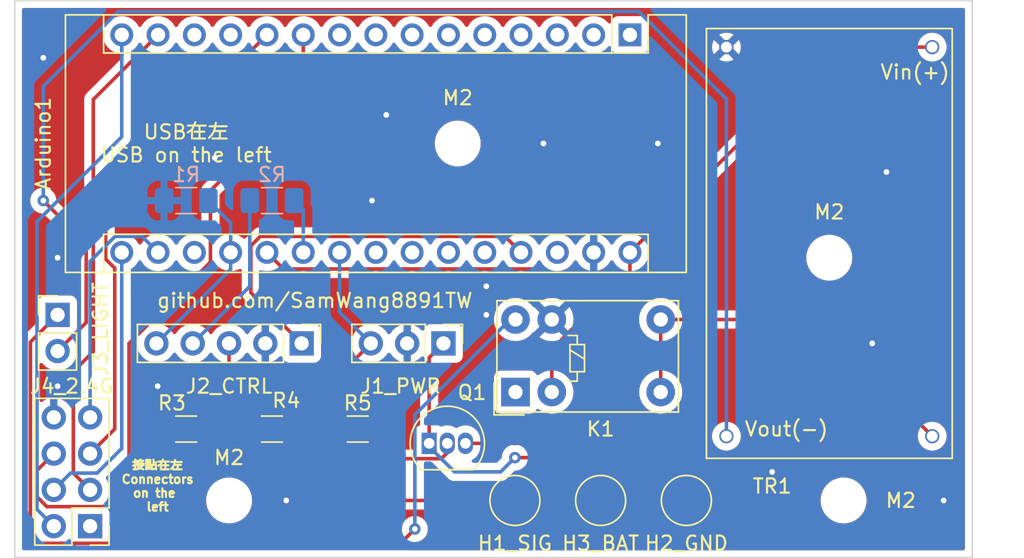
<source format=kicad_pcb>
(kicad_pcb (version 20211014) (generator pcbnew)
  (layers (0 "F.Cu" signal) (31 "B.Cu" signal) (34 "B.Paste" user) (35 "F.Paste" user) (36 "B.SilkS" user "B.Silkscreen") (37 "F.SilkS" user "F.Silkscreen") (38 "B.Mask" user) (39 "F.Mask" user) (44 "Edge.Cuts" user))
  (net 0 "")
  (net 10 "Net-(Arduino1-Pad10)")
  (net 11 "Net-(Arduino1-Pad11)")
  (net 14 "Net-(Arduino1-Pad14)")
  (net 15 "Net-(Arduino1-Pad15)")
  (net 16 "Net-(Arduino1-Pad16)")
  (net 17 "Net-(Arduino1-Pad17)")
  (net 19 "Net-(Arduino1-Pad19)")
  (net 20 "Net-(Arduino1-Pad20)")
  (net 21 "Net-(Arduino1-Pad21)")
  (net 22 "SIG")
  (net 27 "Net-(Arduino1-Pad27)")
  (net 29 "Earth")
  (net 30 "VIN")
  (net 31 "Net-(J2-Pad3)")
  (net 32 "Net-(J2-Pad4)")
  (net 33 "Net-(J3-Pad2)")
  (net 36 "Net-(K1-Pad5)")
  (net 37 "Net-(Q1-Pad2)")
  (net 38 "Net-(H3-Pad1)")
  (net 39 "Net-(J3-Pad1)")
  (footprint "Relay_THT:Relay_SPDT_Omron_G5V-1" (layer "F.Cu") (at 98.0425 128.4075 90)
    (fp_text reference "K1" (at -2.5925 5.9575) (layer "F.SilkS"))
    (fp_text value "G5V-1")
    (fp_line (start 3.327 3.81) (end 1.422 3.81) (layer "F.SilkS") (width 0.12))
    (fp_line (start -1.4 -1.3) (end 6.4 -1.3) (layer "F.SilkS") (width 0.12))
    (fp_line (start -1.4 11.4) (end -1.4 -1.3) (layer "F.SilkS") (width 0.12))
    (fp_line (start -1.6 0.6) (end -1.6 -1.5) (layer "F.SilkS") (width 0.12))
    (fp_line (start 0.762 3.683) (end 0.762 4.318) (layer "F.SilkS") (width 0.12))
    (fp_line (start 2.946 3.81) (end 2.311 4.826) (layer "F.SilkS") (width 0.12))
    (fp_line (start 1.422 3.81) (end 1.422 4.826) (layer "F.SilkS") (width 0.12))
    (fp_line (start 3.962 4.318) (end 3.327 4.318) (layer "F.SilkS") (width 0.12))
    (fp_line (start 6.4 11.4) (end -1.4 11.4) (layer "F.SilkS") (width 0.12))
    (fp_line (start 3.327 3.81) (end 3.327 4.826) (layer "F.SilkS") (width 0.12))
    (fp_line (start 0.762 4.318) (end 1.422 4.318) (layer "F.SilkS") (width 0.12))
    (fp_line (start 3.962 3.683) (end 3.962 4.318) (layer "F.SilkS") (width 0.12))
    (fp_line (start -1.6 -1.5) (end 0.6 -1.5) (layer "F.SilkS") (width 0.12))
    (fp_line (start 6.4 -1.3) (end 6.4 11.4) (layer "F.SilkS") (width 0.12))
    (fp_line (start 1.422 4.826) (end 3.327 4.826) (layer "F.SilkS") (width 0.12))
    (pad "1" thru_hole rect (at 0 0 90) (size 2 2) (drill 1) (layers *.Cu *.Mask))
    (pad "2" thru_hole circle (at 0 2.54 90) (size 2 2) (drill 1) (layers *.Cu *.Mask) (net 20 "Net-(Arduino1-Pad20)"))
    (pad "5" thru_hole circle (at 0 10.16 90) (size 2 2) (drill 1) (layers *.Cu *.Mask) (net 36 "Net-(K1-Pad5)"))
    (pad "6" thru_hole circle (at 5.08 10.16 90) (size 2 2) (drill 1) (layers *.Cu *.Mask) (net 36 "Net-(K1-Pad5)"))
    (pad "9" thru_hole circle (at 5.08 2.54 90) (size 2 2) (drill 1) (layers *.Cu *.Mask) (net 29 "Earth"))
    (pad "10" thru_hole circle (at 5.08 0 90) (size 2 2) (drill 1) (layers *.Cu *.Mask) (net 39 "Net-(J3-Pad1)"))
  )
  (footprint "TestPoint:TestPoint_Pad_D3.0mm" (layer "F.Cu") (at 98 136)
    (fp_text reference "H1_SIG" (at 0 3) (layer "F.SilkS"))
    (fp_text value "SIG")
    (fp_circle (center 0 0) (end 0 1.75) (layer "F.SilkS") (width 0.12) (fill none))
    (pad "1" smd circle (at 0 0) (size 3 3) (layers "F.Cu" "F.Mask") (net 22 "SIG"))
  )
  (footprint "MountingHole:MountingHole_2.2mm_M2" (layer "F.Cu") (at 121 136)
    (fp_text reference "M2" (at 4 0) (layer "F.SilkS"))
    (fp_text value "MountingHole_2.2mm_M2")
    (pad "" np_thru_hole circle (at 0 0) (size 2.2 2.2) (drill 2.2) (layers *.Cu *.Mask))
  )
  (footprint "Module:Arduino_Nano" (layer "F.Cu") (at 106.05 103.39 -90)
    (fp_text reference "Arduino1" (at 7.62 41.05 90) (layer "F.SilkS"))
    (fp_text value "Arduino_Nano")
    (fp_line (start -1.4 39.5) (end 16.64 39.5) (layer "F.SilkS") (width 0.12))
    (fp_line (start 1.27 -1.27) (end -1.4 -1.27) (layer "F.SilkS") (width 0.12))
    (fp_line (start 1.27 36.83) (end -1.4 36.83) (layer "F.SilkS") (width 0.12))
    (fp_line (start 13.97 -1.27) (end 13.97 36.83) (layer "F.SilkS") (width 0.12))
    (fp_line (start 1.27 1.27) (end -1.4 1.27) (layer "F.SilkS") (width 0.12))
    (fp_line (start 16.64 39.5) (end 16.64 -3.94) (layer "F.SilkS") (width 0.12))
    (fp_line (start 16.64 -3.94) (end -1.4 -3.94) (layer "F.SilkS") (width 0.12))
    (fp_line (start -1.4 -3.94) (end -1.4 -1.27) (layer "F.SilkS") (width 0.12))
    (fp_line (start 13.97 -1.27) (end 16.64 -1.27) (layer "F.SilkS") (width 0.12))
    (fp_line (start -1.4 1.27) (end -1.4 39.5) (layer "F.SilkS") (width 0.12))
    (fp_line (start 1.27 1.27) (end 1.27 36.83) (layer "F.SilkS") (width 0.12))
    (fp_line (start 1.27 1.27) (end 1.27 -1.27) (layer "F.SilkS") (width 0.12))
    (fp_line (start 13.97 36.83) (end 16.64 36.83) (layer "F.SilkS") (width 0.12))
    (pad "1" thru_hole rect (at 0 0 270) (size 1.6 1.6) (drill 1) (layers *.Cu *.Mask))
    (pad "2" thru_hole oval (at 0 2.54 270) (size 1.6 1.6) (drill 1) (layers *.Cu *.Mask))
    (pad "3" thru_hole oval (at 0 5.08 270) (size 1.6 1.6) (drill 1) (layers *.Cu *.Mask))
    (pad "4" thru_hole oval (at 0 7.62 270) (size 1.6 1.6) (drill 1) (layers *.Cu *.Mask))
    (pad "5" thru_hole oval (at 0 10.16 270) (size 1.6 1.6) (drill 1) (layers *.Cu *.Mask))
    (pad "6" thru_hole oval (at 0 12.7 270) (size 1.6 1.6) (drill 1) (layers *.Cu *.Mask))
    (pad "7" thru_hole oval (at 0 15.24 270) (size 1.6 1.6) (drill 1) (layers *.Cu *.Mask))
    (pad "8" thru_hole oval (at 0 17.78 270) (size 1.6 1.6) (drill 1) (layers *.Cu *.Mask))
    (pad "9" thru_hole oval (at 0 20.32 270) (size 1.6 1.6) (drill 1) (layers *.Cu *.Mask))
    (pad "10" thru_hole oval (at 0 22.86 270) (size 1.6 1.6) (drill 1) (layers *.Cu *.Mask) (net 10 "Net-(Arduino1-Pad10)"))
    (pad "11" thru_hole oval (at 0 25.4 270) (size 1.6 1.6) (drill 1) (layers *.Cu *.Mask) (net 11 "Net-(Arduino1-Pad11)"))
    (pad "12" thru_hole oval (at 0 27.94 270) (size 1.6 1.6) (drill 1) (layers *.Cu *.Mask))
    (pad "13" thru_hole oval (at 0 30.48 270) (size 1.6 1.6) (drill 1) (layers *.Cu *.Mask))
    (pad "14" thru_hole oval (at 0 33.02 270) (size 1.6 1.6) (drill 1) (layers *.Cu *.Mask) (net 14 "Net-(Arduino1-Pad14)"))
    (pad "15" thru_hole oval (at 0 35.56 270) (size 1.6 1.6) (drill 1) (layers *.Cu *.Mask) (net 15 "Net-(Arduino1-Pad15)"))
    (pad "16" thru_hole oval (at 15.24 35.56 270) (size 1.6 1.6) (drill 1) (layers *.Cu *.Mask) (net 16 "Net-(Arduino1-Pad16)"))
    (pad "17" thru_hole oval (at 15.24 33.02 270) (size 1.6 1.6) (drill 1) (layers *.Cu *.Mask) (net 17 "Net-(Arduino1-Pad17)"))
    (pad "18" thru_hole oval (at 15.24 30.48 270) (size 1.6 1.6) (drill 1) (layers *.Cu *.Mask))
    (pad "19" thru_hole oval (at 15.24 27.94 270) (size 1.6 1.6) (drill 1) (layers *.Cu *.Mask) (net 19 "Net-(Arduino1-Pad19)"))
    (pad "20" thru_hole oval (at 15.24 25.4 270) (size 1.6 1.6) (drill 1) (layers *.Cu *.Mask) (net 20 "Net-(Arduino1-Pad20)"))
    (pad "21" thru_hole oval (at 15.24 22.86 270) (size 1.6 1.6) (drill 1) (layers *.Cu *.Mask) (net 21 "Net-(Arduino1-Pad21)"))
    (pad "22" thru_hole oval (at 15.24 20.32 270) (size 1.6 1.6) (drill 1) (layers *.Cu *.Mask) (net 22 "SIG"))
    (pad "23" thru_hole oval (at 15.24 17.78 270) (size 1.6 1.6) (drill 1) (layers *.Cu *.Mask))
    (pad "24" thru_hole oval (at 15.24 15.24 270) (size 1.6 1.6) (drill 1) (layers *.Cu *.Mask))
    (pad "25" thru_hole oval (at 15.24 12.7 270) (size 1.6 1.6) (drill 1) (layers *.Cu *.Mask))
    (pad "26" thru_hole oval (at 15.24 10.16 270) (size 1.6 1.6) (drill 1) (layers *.Cu *.Mask))
    (pad "27" thru_hole oval (at 15.24 7.62 270) (size 1.6 1.6) (drill 1) (layers *.Cu *.Mask) (net 27 "Net-(Arduino1-Pad27)"))
    (pad "28" thru_hole oval (at 15.24 5.08 270) (size 1.6 1.6) (drill 1) (layers *.Cu *.Mask))
    (pad "29" thru_hole oval (at 15.24 2.54 270) (size 1.6 1.6) (drill 1) (layers *.Cu *.Mask) (net 29 "Earth"))
    (pad "30" thru_hole oval (at 15.24 0 270) (size 1.6 1.6) (drill 1) (layers *.Cu *.Mask) (net 30 "VIN"))
  )
  (footprint "Resistor_SMD:R_1206_3216Metric_Pad1.30x1.75mm_HandSolder" (layer "F.Cu") (at 75 131)
    (fp_text reference "R3" (at -1 -1.82) (layer "F.SilkS"))
    (fp_text value "330Ω")
    (fp_line (start -0.727064 -0.91) (end 0.727064 -0.91) (layer "F.SilkS") (width 0.12))
    (fp_line (start -0.727064 0.91) (end 0.727064 0.91) (layer "F.SilkS") (width 0.12))
    (pad "1" smd roundrect (at -1.55 0) (size 1.3 1.75) (layers "F.Cu" "F.Paste" "F.Mask") (roundrect_rratio 0.1923076923) (net 31 "Net-(J2-Pad3)"))
    (pad "2" smd roundrect (at 1.55 0) (size 1.3 1.75) (layers "F.Cu" "F.Paste" "F.Mask") (roundrect_rratio 0.1923076923) (net 22 "SIG"))
  )
  (footprint "TestPoint:TestPoint_Pad_D3.0mm" (layer "F.Cu") (at 110 136)
    (fp_text reference "H2_GND" (at 0 3) (layer "F.SilkS"))
    (fp_text value "GND")
    (fp_circle (center 0 0) (end 0 1.75) (layer "F.SilkS") (width 0.12) (fill none))
    (pad "1" smd circle (at 0 0) (size 3 3) (layers "F.Cu" "F.Mask") (net 29 "Earth"))
  )
  (footprint "Package_TO_SOT_THT:TO-92_Inline" (layer "F.Cu") (at 92 132)
    (fp_text reference "Q1" (at 3 -3.56) (layer "F.SilkS"))
    (fp_text value "2N4355")
    (fp_line (start -0.53 1.85) (end 3.07 1.85) (layer "F.SilkS") (width 0.12))
    (fp_arc (start -0.568478 1.838478) (mid -1.132087 -0.994977) (end 1.27 -2.6) (layer "F.SilkS") (width 0.12))
    (fp_arc (start 1.27 -2.6) (mid 3.672087 -0.994977) (end 3.108478 1.838478) (layer "F.SilkS") (width 0.12))
    (pad "1" thru_hole rect (at 0 0) (size 1.05 1.5) (drill 0.75) (layers *.Cu *.Mask) (net 38 "Net-(H3-Pad1)"))
    (pad "2" thru_hole oval (at 1.27 0) (size 1.05 1.5) (drill 0.75) (layers *.Cu *.Mask) (net 37 "Net-(Q1-Pad2)"))
    (pad "3" thru_hole oval (at 2.54 0) (size 1.05 1.5) (drill 0.75) (layers *.Cu *.Mask) (net 30 "VIN"))
  )
  (footprint "Connector_PinHeader_2.54mm:PinHeader_1x05_P2.54mm_Vertical" (layer "F.Cu") (at 83.075 125 -90)
    (fp_text reference "J2_CTRL" (at 3 5.075 180) (layer "F.SilkS"))
    (fp_text value "CtrlCONN")
    (fp_line (start -1.33 -1.33) (end 0 -1.33) (layer "F.SilkS") (width 0.12))
    (fp_line (start -1.33 0) (end -1.33 -1.33) (layer "F.SilkS") (width 0.12))
    (fp_line (start 1.33 1.27) (end 1.33 11.49) (layer "F.SilkS") (width 0.12))
    (fp_line (start -1.33 1.27) (end -1.33 11.49) (layer "F.SilkS") (width 0.12))
    (fp_line (start -1.33 11.49) (end 1.33 11.49) (layer "F.SilkS") (width 0.12))
    (fp_line (start -1.33 1.27) (end 1.33 1.27) (layer "F.SilkS") (width 0.12))
    (pad "1" thru_hole rect (at 0 0 270) (size 1.7 1.7) (drill 1) (layers *.Cu *.Mask) (net 27 "Net-(Arduino1-Pad27)"))
    (pad "2" thru_hole oval (at 0 2.54 270) (size 1.7 1.7) (drill 1) (layers *.Cu *.Mask) (net 29 "Earth"))
    (pad "3" thru_hole oval (at 0 5.08 270) (size 1.7 1.7) (drill 1) (layers *.Cu *.Mask) (net 31 "Net-(J2-Pad3)"))
    (pad "4" thru_hole oval (at 0 7.62 270) (size 1.7 1.7) (drill 1) (layers *.Cu *.Mask) (net 32 "Net-(J2-Pad4)"))
    (pad "5" thru_hole oval (at 0 10.16 270) (size 1.7 1.7) (drill 1) (layers *.Cu *.Mask) (net 19 "Net-(Arduino1-Pad19)"))
  )
  (footprint "Transistor_Power_Module:Micro3608_1166A_MicroUSB_Module" (layer "F.Cu") (at 120 118)
    (fp_text reference "TR1" (at -4 17 unlocked) (layer "F.SilkS"))
    (fp_text value "Micro3608_1166A_MicroUSB_Module")
    (fp_rect (start -8.6 -15.05) (end 8.6 15.05) (layer "F.SilkS") (width 0.12) (fill none))
    (pad "1" thru_hole circle (at -7.2 -13.75) (size 1 1) (drill 0.762) (layers *.Cu *.Mask) (net 29 "Earth"))
    (pad "2" thru_hole circle (at 7.2 -13.75) (size 1 1) (drill 0.762) (layers *.Cu *.Mask) (net 30 "VIN"))
    (pad "3" thru_hole circle (at -7.2 13.5) (size 1 1) (drill 0.762) (layers *.Cu *.Mask) (net 33 "Net-(J3-Pad2)"))
    (pad "4" thru_hole circle (at 7.2 13.5) (size 1 1) (drill 0.762) (layers *.Cu *.Mask) (net 36 "Net-(K1-Pad5)"))
  )
  (footprint "Connector_PinHeader_2.54mm:PinHeader_1x03_P2.54mm_Vertical" (layer "F.Cu") (at 93 125 -90)
    (fp_text reference "J1_PWR" (at 3 3 180) (layer "F.SilkS"))
    (fp_text value "PowerCONN")
    (fp_line (start -1.33 0) (end -1.33 -1.33) (layer "F.SilkS") (width 0.12))
    (fp_line (start 1.33 1.27) (end 1.33 6.41) (layer "F.SilkS") (width 0.12))
    (fp_line (start -1.33 -1.33) (end 0 -1.33) (layer "F.SilkS") (width 0.12))
    (fp_line (start -1.33 1.27) (end -1.33 6.41) (layer "F.SilkS") (width 0.12))
    (fp_line (start -1.33 6.41) (end 1.33 6.41) (layer "F.SilkS") (width 0.12))
    (fp_line (start -1.33 1.27) (end 1.33 1.27) (layer "F.SilkS") (width 0.12))
    (pad "1" thru_hole rect (at 0 0 270) (size 1.7 1.7) (drill 1) (layers *.Cu *.Mask) (net 38 "Net-(H3-Pad1)"))
    (pad "2" thru_hole oval (at 0 2.54 270) (size 1.7 1.7) (drill 1) (layers *.Cu *.Mask) (net 29 "Earth"))
    (pad "3" thru_hole oval (at 0 5.08 270) (size 1.7 1.7) (drill 1) (layers *.Cu *.Mask) (net 22 "SIG"))
  )
  (footprint "MountingHole:MountingHole_2.2mm_M2" (layer "F.Cu") (at 78 136)
    (fp_text reference "M2" (at 0 -3) (layer "F.SilkS"))
    (fp_text value "MountingHole_2.2mm_M2")
    (pad "" np_thru_hole circle (at 0 0) (size 2.2 2.2) (drill 2.2) (layers *.Cu *.Mask))
  )
  (footprint "Resistor_SMD:R_1206_3216Metric_Pad1.30x1.75mm_HandSolder" (layer "F.Cu") (at 81 131 180)
    (fp_text reference "R4" (at -1 2) (layer "F.SilkS"))
    (fp_text value "100kΩ")
    (fp_line (start -0.727064 -0.91) (end 0.727064 -0.91) (layer "F.SilkS") (width 0.12))
    (fp_line (start -0.727064 0.91) (end 0.727064 0.91) (layer "F.SilkS") (width 0.12))
    (pad "1" smd roundrect (at -1.55 0 180) (size 1.3 1.75) (layers "F.Cu" "F.Paste" "F.Mask") (roundrect_rratio 0.1923076923) (net 37 "Net-(Q1-Pad2)"))
    (pad "2" smd roundrect (at 1.55 0 180) (size 1.3 1.75) (layers "F.Cu" "F.Paste" "F.Mask") (roundrect_rratio 0.1923076923) (net 22 "SIG"))
  )
  (footprint "Connector_PinHeader_2.54mm:PinHeader_1x02_P2.54mm_Vertical" (layer "F.Cu") (at 66 123)
    (fp_text reference "J3_LIGHT" (at 3 1 90) (layer "F.SilkS"))
    (fp_text value "LightCONN")
    (fp_line (start 1.33 1.27) (end 1.33 3.87) (layer "F.SilkS") (width 0.12))
    (fp_line (start -1.33 1.27) (end -1.33 3.87) (layer "F.SilkS") (width 0.12))
    (fp_line (start -1.33 0) (end -1.33 -1.33) (layer "F.SilkS") (width 0.12))
    (fp_line (start -1.33 -1.33) (end 0 -1.33) (layer "F.SilkS") (width 0.12))
    (fp_line (start -1.33 3.87) (end 1.33 3.87) (layer "F.SilkS") (width 0.12))
    (fp_line (start -1.33 1.27) (end 1.33 1.27) (layer "F.SilkS") (width 0.12))
    (pad "1" thru_hole rect (at 0 0) (size 1.7 1.7) (drill 1) (layers *.Cu *.Mask) (net 39 "Net-(J3-Pad1)"))
    (pad "2" thru_hole oval (at 0 2.54) (size 1.7 1.7) (drill 1) (layers *.Cu *.Mask) (net 33 "Net-(J3-Pad2)"))
  )
  (footprint "TestPoint:TestPoint_Pad_D3.0mm" (layer "F.Cu") (at 104 136)
    (fp_text reference "H3_BAT" (at 0 3) (layer "F.SilkS"))
    (fp_text value "BAT")
    (fp_circle (center 0 0) (end 0 1.75) (layer "F.SilkS") (width 0.12) (fill none))
    (pad "1" smd circle (at 0 0) (size 3 3) (layers "F.Cu" "F.Mask") (net 38 "Net-(H3-Pad1)"))
  )
  (footprint "MountingHole:MountingHole_2.2mm_M2" (layer "F.Cu") (at 94 111)
    (fp_text reference "M2" (at 0 -3.2) (layer "F.SilkS"))
    (fp_text value "MountingHole_2.2mm_M2")
    (pad "" np_thru_hole circle (at 0 0) (size 2.2 2.2) (drill 2.2) (layers *.Cu *.Mask))
  )
  (footprint "MountingHole:MountingHole_2.2mm_M2" (layer "F.Cu") (at 120 119)
    (fp_text reference "M2" (at 0 -3.2) (layer "F.SilkS"))
    (fp_text value "MountingHole_2.2mm_M2")
    (pad "" np_thru_hole circle (at 0 0) (size 2.2 2.2) (drill 2.2) (layers *.Cu *.Mask))
  )
  (footprint "Connector_PinHeader_2.54mm:PinHeader_2x04_P2.54mm_Vertical" (layer "F.Cu") (at 68.275 137.8 180)
    (fp_text reference "J4_2.4G" (at 1.275 9.8) (layer "F.SilkS"))
    (fp_text value "2.4G_CONN")
    (fp_line (start -1.33 1.27) (end -1.33 8.95) (layer "F.SilkS") (width 0.12))
    (fp_line (start 1.27 1.27) (end 1.27 -1.33) (layer "F.SilkS") (width 0.12))
    (fp_line (start -1.33 -1.33) (end 0 -1.33) (layer "F.SilkS") (width 0.12))
    (fp_line (start 1.27 -1.33) (end 3.87 -1.33) (layer "F.SilkS") (width 0.12))
    (fp_line (start -1.33 1.27) (end 1.27 1.27) (layer "F.SilkS") (width 0.12))
    (fp_line (start -1.33 8.95) (end 3.87 8.95) (layer "F.SilkS") (width 0.12))
    (fp_line (start -1.33 0) (end -1.33 -1.33) (layer "F.SilkS") (width 0.12))
    (fp_line (start 3.87 -1.33) (end 3.87 8.95) (layer "F.SilkS") (width 0.12))
    (pad "1" thru_hole rect (at 0 0 180) (size 1.7 1.7) (drill 1) (layers *.Cu *.Mask))
    (pad "2" thru_hole oval (at 2.54 0 180) (size 1.7 1.7) (drill 1) (layers *.Cu *.Mask) (net 15 "Net-(Arduino1-Pad15)"))
    (pad "3" thru_hole oval (at 0 2.54 180) (size 1.7 1.7) (drill 1) (layers *.Cu *.Mask) (net 14 "Net-(Arduino1-Pad14)"))
    (pad "4" thru_hole oval (at 2.54 2.54 180) (size 1.7 1.7) (drill 1) (layers *.Cu *.Mask) (net 16 "Net-(Arduino1-Pad16)"))
    (pad "5" thru_hole oval (at 0 5.08 180) (size 1.7 1.7) (drill 1) (layers *.Cu *.Mask) (net 11 "Net-(Arduino1-Pad11)"))
    (pad "6" thru_hole oval (at 2.54 5.08 180) (size 1.7 1.7) (drill 1) (layers *.Cu *.Mask) (net 10 "Net-(Arduino1-Pad10)"))
    (pad "7" thru_hole oval (at 0 7.62 180) (size 1.7 1.7) (drill 1) (layers *.Cu *.Mask) (net 17 "Net-(Arduino1-Pad17)"))
    (pad "8" thru_hole oval (at 2.54 7.62 180) (size 1.7 1.7) (drill 1) (layers *.Cu *.Mask) (net 29 "Earth"))
  )
  (footprint "Resistor_SMD:R_1206_3216Metric_Pad1.30x1.75mm_HandSolder" (layer "F.Cu") (at 87 131)
    (fp_text reference "R5" (at 0 -1.82) (layer "F.SilkS"))
    (fp_text value "20kΩ")
    (fp_line (start -0.727064 0.91) (end 0.727064 0.91) (layer "F.SilkS") (width 0.12))
    (fp_line (start -0.727064 -0.91) (end 0.727064 -0.91) (layer "F.SilkS") (width 0.12))
    (pad "1" smd roundrect (at -1.55 0) (size 1.3 1.75) (layers "F.Cu" "F.Paste" "F.Mask") (roundrect_rratio 0.1923076923) (net 22 "SIG"))
    (pad "2" smd roundrect (at 1.55 0) (size 1.3 1.75) (layers "F.Cu" "F.Paste" "F.Mask") (roundrect_rratio 0.1923076923) (net 29 "Earth"))
  )
  (footprint "Resistor_SMD:R_1206_3216Metric_Pad1.30x1.75mm_HandSolder" (layer "B.Cu") (at 81 115 180)
    (fp_text reference "R2" (at 0 1.82) (layer "B.SilkS") (effects (justify mirror)))
    (fp_text value "330Ω")
    (fp_line (start -0.727064 0.91) (end 0.727064 0.91) (layer "B.SilkS") (width 0.12))
    (fp_line (start -0.727064 -0.91) (end 0.727064 -0.91) (layer "B.SilkS") (width 0.12))
    (pad "1" smd roundrect (at -1.55 0 180) (size 1.3 1.75) (layers "B.Cu" "B.Paste" "B.Mask") (roundrect_rratio 0.1923076923) (net 21 "Net-(Arduino1-Pad21)"))
    (pad "2" smd roundrect (at 1.55 0 180) (size 1.3 1.75) (layers "B.Cu" "B.Paste" "B.Mask") (roundrect_rratio 0.1923076923) (net 32 "Net-(J2-Pad4)"))
  )
  (footprint "Resistor_SMD:R_1206_3216Metric_Pad1.30x1.75mm_HandSolder" (layer "B.Cu") (at 75 115 180)
    (fp_text reference "R1" (at 0 1.82) (layer "B.SilkS") (effects (justify mirror)))
    (fp_text value "330Ω")
    (fp_line (start -0.727064 0.91) (end 0.727064 0.91) (layer "B.SilkS") (width 0.12))
    (fp_line (start -0.727064 -0.91) (end 0.727064 -0.91) (layer "B.SilkS") (width 0.12))
    (pad "1" smd roundrect (at -1.55 0 180) (size 1.3 1.75) (layers "B.Cu" "B.Paste" "B.Mask") (roundrect_rratio 0.1923076923) (net 19 "Net-(Arduino1-Pad19)"))
    (pad "2" smd roundrect (at 1.55 0 180) (size 1.3 1.75) (layers "B.Cu" "B.Paste" "B.Mask") (roundrect_rratio 0.1923076923) (net 29 "Earth"))
  )
  (gr_poly (pts (xy 130 140) (xy 63 140) (xy 63 101) (xy 130 101)) (layer "Edge.Cuts") (width 0.1) (fill none))
  (gr_text "github.com/SamWang8891TW" (at 84 122) (layer "F.SilkS") (effects (font (size 1 1))))
  (gr_text "USB在左\nUSB on the left" (at 75 111) (layer "F.SilkS") (effects (font (size 1 1))))
  (gr_text "Vout(-)" (at 117 131) (layer "F.SilkS") (effects (font (size 1 1))))
  (gr_text "接點在左\nConnectors\non the \nleft" (at 73 135) (layer "F.SilkS") (effects (font (size 0.6 0.6))))
  (gr_text "Vin(+)" (at 126 106) (layer "F.SilkS") (effects (font (size 1 1))))
  (segment (start 71 135.066444) (end 71 125) (width 0.25) (layer "F.Cu") (net 10))
  (segment (start 64.56 133.895) (end 64.56 135.746701) (width 0.25) (layer "F.Cu") (net 10))
  (segment (start 65.735 132.72) (end 64.56 133.895) (width 0.25) (layer "F.Cu") (net 10))
  (segment (start 76.695 114.305) (end 83.19 107.81) (width 0.25) (layer "F.Cu") (net 10))
  (segment (start 76.695 119.305) (end 76.695 114.305) (width 0.25) (layer "F.Cu") (net 10))
  (segment (start 83.19 107.81) (end 83.19 103.39) (width 0.25) (layer "F.Cu") (net 10))
  (segment (start 64.56 135.746701) (end 65.248299 136.435) (width 0.25) (layer "F.Cu") (net 10))
  (segment (start 69.631444 136.435) (end 71 135.066444) (width 0.25) (layer "F.Cu") (net 10))
  (segment (start 71 125) (end 76.695 119.305) (width 0.25) (layer "F.Cu") (net 10))
  (segment (start 65.248299 136.435) (end 69.631444 136.435) (width 0.25) (layer "F.Cu") (net 10))
  (segment (start 69.365 119.095991) (end 69.365 114.675) (width 0.25) (layer "F.Cu") (net 11))
  (segment (start 70 130.995) (end 70 119.730991) (width 0.25) (layer "F.Cu") (net 11))
  (segment (start 70 119.730991) (end 69.365 119.095991) (width 0.25) (layer "F.Cu") (net 11))
  (segment (start 69.365 114.675) (end 80.65 103.39) (width 0.25) (layer "F.Cu") (net 11))
  (segment (start 68.275 132.72) (end 70 130.995) (width 0.25) (layer "F.Cu") (net 11))
  (segment (start 68.275 135.26) (end 67.1 134.085) (width 0.25) (layer "F.Cu") (net 14))
  (segment (start 67.1 126.971444) (end 68.4973 125.574144) (width 0.25) (layer "F.Cu") (net 14))
  (segment (start 68.4973 107.9227) (end 73.03 103.39) (width 0.25) (layer "F.Cu") (net 14))
  (segment (start 67.1 134.085) (end 67.1 126.971444) (width 0.25) (layer "F.Cu") (net 14))
  (segment (start 68.4973 125.574144) (end 68.4973 107.9227) (width 0.25) (layer "F.Cu") (net 14))
  (segment (start 64.56 116.465305) (end 70.49 110.535305) (width 0.25) (layer "B.Cu") (net 15))
  (segment (start 65.735 137.8) (end 64.56 136.625) (width 0.25) (layer "B.Cu") (net 15))
  (segment (start 70.49 110.535305) (end 70.49 103.39) (width 0.25) (layer "B.Cu") (net 15))
  (segment (start 64.56 136.625) (end 64.56 116.465305) (width 0.25) (layer "B.Cu") (net 15))
  (segment (start 70.49 118.63) (end 70.49 132.356701) (width 0.25) (layer "B.Cu") (net 16))
  (segment (start 66.91 134.085) (end 65.735 135.26) (width 0.25) (layer "B.Cu") (net 16))
  (segment (start 70.49 132.356701) (end 68.761701 134.085) (width 0.25) (layer "B.Cu") (net 16))
  (segment (start 68.761701 134.085) (end 66.91 134.085) (width 0.25) (layer "B.Cu") (net 16))
  (segment (start 71.905 117.505) (end 73.03 118.63) (width 0.25) (layer "B.Cu") (net 17))
  (segment (start 68.275 130.18) (end 68.275 119.254009) (width 0.25) (layer "B.Cu") (net 17))
  (segment (start 70.024009 117.505) (end 71.905 117.505) (width 0.25) (layer "B.Cu") (net 17))
  (segment (start 68.275 119.254009) (end 70.024009 117.505) (width 0.25) (layer "B.Cu") (net 17))
  (segment (start 78.11 119.805) (end 78.11 118.63) (width 0.25) (layer "B.Cu") (net 19))
  (segment (start 76.55 115) (end 78.11 116.56) (width 0.25) (layer "B.Cu") (net 19))
  (segment (start 78.11 116.56) (end 78.11 118.63) (width 0.25) (layer "B.Cu") (net 19))
  (segment (start 72.915 125) (end 78.11 119.805) (width 0.25) (layer "B.Cu") (net 19))
  (segment (start 81.810722 119.790722) (end 80.65 118.63) (width 0.25) (layer "F.Cu") (net 20))
  (segment (start 99.800722 119.790722) (end 99.209278 119.790722) (width 0.25) (layer "F.Cu") (net 20))
  (segment (start 100.5825 128.4075) (end 100.5825 125.4175) (width 0.25) (layer "F.Cu") (net 20))
  (segment (start 99.209278 119.790722) (end 81.810722 119.790722) (width 0.25) (layer "F.Cu") (net 20))
  (segment (start 100.5825 125.4175) (end 103 123) (width 0.25) (layer "F.Cu") (net 20))
  (segment (start 99.790722 119.790722) (end 99.209278 119.790722) (width 0.25) (layer "F.Cu") (net 20))
  (segment (start 103 123) (end 99.790722 119.790722) (width 0.25) (layer "F.Cu") (net 20))
  (segment (start 82.55 115) (end 83.19 115.64) (width 0.25) (layer "B.Cu") (net 21))
  (segment (start 83.19 115.64) (end 83.19 118.63) (width 0.25) (layer "B.Cu") (net 21))
  (segment (start 85.45 127.47) (end 87.92 125) (width 0.25) (layer "F.Cu") (net 22))
  (segment (start 85.45 131) (end 84.25 129.8) (width 0.25) (layer "F.Cu") (net 22))
  (segment (start 84.45 136) (end 79.45 131) (width 0.25) (layer "F.Cu") (net 22))
  (segment (start 80.65 129.8) (end 79.45 131) (width 0.25) (layer "F.Cu") (net 22))
  (segment (start 98 136) (end 84.45 136) (width 0.25) (layer "F.Cu") (net 22))
  (segment (start 84.25 129.8) (end 80.65 129.8) (width 0.25) (layer "F.Cu") (net 22))
  (segment (start 76.55 131) (end 79.45 131) (width 0.25) (layer "F.Cu") (net 22))
  (segment (start 85.45 131) (end 85.45 127.47) (width 0.25) (layer "F.Cu") (net 22))
  (segment (start 85.73 118.63) (end 85.73 122.81) (width 0.25) (layer "B.Cu") (net 22))
  (segment (start 85.73 122.81) (end 87.92 125) (width 0.25) (layer "B.Cu") (net 22))
  (segment (start 79.525 121.45) (end 83.075 125) (width 0.25) (layer "F.Cu") (net 27))
  (segment (start 98.43 118.63) (end 97.305 117.505) (width 0.25) (layer "F.Cu") (net 27))
  (segment (start 80.184009 117.505) (end 79.525 118.164009) (width 0.25) (layer "F.Cu") (net 27))
  (segment (start 79.525 118.164009) (end 79.525 121.45) (width 0.25) (layer "F.Cu") (net 27))
  (segment (start 97.305 117.505) (end 80.184009 117.505) (width 0.25) (layer "F.Cu") (net 27))
  (via (at 65 105) (size 0.8) (drill 0.4) (layers "F.Cu" "B.Cu") (net 29))
  (via (at 89 109) (size 0.8) (drill 0.4) (layers "F.Cu" "B.Cu") (net 29))
  (via (at 66 119) (size 0.8) (drill 0.4) (layers "F.Cu" "B.Cu") (net 29))
  (via (at 77 112) (size 0.8) (drill 0.4) (layers "F.Cu" "B.Cu") (net 29))
  (via (at 88 115) (size 0.8) (drill 0.4) (layers "F.Cu" "B.Cu") (net 29))
  (via (at 73 128) (size 0.8) (drill 0.4) (layers "F.Cu" "B.Cu") (net 29))
  (via (at 116 134) (size 0.8) (drill 0.4) (layers "F.Cu" "B.Cu") (net 29))
  (via (at 108 111) (size 0.8) (drill 0.4) (layers "F.Cu" "B.Cu") (net 29))
  (via (at 96 123) (size 0.8) (drill 0.4) (layers "F.Cu" "B.Cu") (net 29))
  (via (at 82 136) (size 0.8) (drill 0.4) (layers "F.Cu" "B.Cu") (net 29))
  (via (at 66 128) (size 0.8) (drill 0.4) (layers "F.Cu" "B.Cu") (net 29))
  (via (at 124 113) (size 0.8) (drill 0.4) (layers "F.Cu" "B.Cu") (net 29))
  (via (at 96 121) (size 0.8) (drill 0.4) (layers "F.Cu" "B.Cu") (net 29))
  (via (at 128 136) (size 0.8) (drill 0.4) (layers "F.Cu" "B.Cu") (net 29))
  (via (at 100 111) (size 0.8) (drill 0.4) (layers "F.Cu" "B.Cu") (net 29))
  (via (at 123 125) (size 0.8) (drill 0.4) (layers "F.Cu" "B.Cu") (net 29))
  (segment (start 127.2 104.25) (end 120.43 104.25) (width 0.25) (layer "F.Cu") (net 30))
  (segment (start 106.05 125.471444) (end 106.05 118.63) (width 0.25) (layer "F.Cu") (net 30))
  (segment (start 94.54 132) (end 99.521444 132) (width 0.25) (layer "F.Cu") (net 30))
  (segment (start 99.521444 132) (end 106.05 125.471444) (width 0.25) (layer "F.Cu") (net 30))
  (segment (start 120.43 104.25) (end 106.05 118.63) (width 0.25) (layer "F.Cu") (net 30))
  (segment (start 77.995 126.455) (end 77.995 125) (width 0.25) (layer "F.Cu") (net 31))
  (segment (start 73.45 131) (end 77.995 126.455) (width 0.25) (layer "F.Cu") (net 31))
  (segment (start 79.45 115) (end 79.45 121.005) (width 0.25) (layer "B.Cu") (net 32))
  (segment (start 79.45 121.005) (end 75.455 125) (width 0.25) (layer "B.Cu") (net 32))
  (segment (start 68 118) (end 68 123.54) (width 0.25) (layer "F.Cu") (net 33))
  (segment (start 65 115) (end 68 118) (width 0.25) (layer "F.Cu") (net 33))
  (segment (start 68 123.54) (end 66 125.54) (width 0.25) (layer "F.Cu") (net 33))
  (via (at 65 115) (size 0.8) (drill 0.4) (layers "F.Cu" "B.Cu") (net 33))
  (segment (start 65 107) (end 65 111) (width 0.25) (layer "B.Cu") (net 33))
  (segment (start 65 111) (end 65 115) (width 0.25) (layer "B.Cu") (net 33))
  (segment (start 112.8 131.5) (end 112.8 107.89) (width 0.25) (layer "B.Cu") (net 33))
  (segment (start 106.663557 101.753557) (end 70.246443 101.753557) (width 0.25) (layer "B.Cu") (net 33))
  (segment (start 112.8 107.89) (end 106.663557 101.753557) (width 0.25) (layer "B.Cu") (net 33))
  (segment (start 70.246443 101.753557) (end 65 107) (width 0.25) (layer "B.Cu") (net 33))
  (segment (start 108.2025 128.4075) (end 108.2025 123.3275) (width 0.25) (layer "F.Cu") (net 36))
  (segment (start 119.0275 123.3275) (end 127.2 131.5) (width 0.25) (layer "F.Cu") (net 36))
  (segment (start 108.2025 123.3275) (end 119.0275 123.3275) (width 0.25) (layer "F.Cu") (net 36))
  (segment (start 92.85 133.075) (end 93.27 132.655) (width 0.25) (layer "F.Cu") (net 37))
  (segment (start 84.625 133.075) (end 92.85 133.075) (width 0.25) (layer "F.Cu") (net 37))
  (segment (start 82.55 131) (end 84.625 133.075) (width 0.25) (layer "F.Cu") (net 37))
  (segment (start 93.27 132.655) (end 93.27 132) (width 0.25) (layer "F.Cu") (net 37))
  (segment (start 104 136) (end 101 133) (width 0.25) (layer "F.Cu") (net 38))
  (segment (start 92 126) (end 93 125) (width 0.25) (layer "F.Cu") (net 38))
  (segment (start 92 132) (end 92 126) (width 0.25) (layer "F.Cu") (net 38))
  (segment (start 101 133) (end 98 133) (width 0.25) (layer "F.Cu") (net 38))
  (via (at 98 133) (size 0.8) (drill 0.4) (layers "F.Cu" "B.Cu") (net 38))
  (segment (start 93.775 134) (end 97 134) (width 0.25) (layer "B.Cu") (net 38))
  (segment (start 92 132.225) (end 93.775 134) (width 0.25) (layer "B.Cu") (net 38))
  (segment (start 92 132) (end 92 132.225) (width 0.25) (layer "B.Cu") (net 38))
  (segment (start 97 134) (end 98 133) (width 0.25) (layer "B.Cu") (net 38))
  (segment (start 66 123) (end 64.098557 124.901443) (width 0.25) (layer "F.Cu") (net 39))
  (segment (start 64.098557 138.695001) (end 64.403556 139) (width 0.25) (layer "F.Cu") (net 39))
  (segment (start 64.098557 124.901443) (end 64.098557 134.364999) (width 0.25) (layer "F.Cu") (net 39))
  (segment (start 64.403556 139) (end 90 139) (width 0.25) (layer "F.Cu") (net 39))
  (segment (start 64.098557 134.364999) (end 64.098557 138.695001) (width 0.25) (layer "F.Cu") (net 39))
  (segment (start 90 139) (end 91 138) (width 0.25) (layer "F.Cu") (net 39))
  (via (at 91 138) (size 0.8) (drill 0.4) (layers "F.Cu" "B.Cu") (net 39))
  (segment (start 91 138) (end 91 130) (width 0.25) (layer "B.Cu") (net 39))
  (segment (start 91 130) (end 97.6725 123.3275) (width 0.25) (layer "B.Cu") (net 39))
  (segment (start 97.6725 123.3275) (end 98.0425 123.3275) (width 0.25) (layer "B.Cu") (net 39))
  (zone (net 29) (net_name "Earth") (layer "F.Cu") (connect_pads (clearance 0.508)) (min_thickness 0.254) (fill yes (thermal_gap 0.508) (thermal_bridge_width 0.508) (smoothing chamfer) (radius 1))
    (polygon (pts (xy 130 140) (xy 63 140) (xy 63 101) (xy 130 101)))
  )
  (zone (net 29) (net_name "Earth") (layer "B.Cu") (connect_pads (clearance 0.508)) (min_thickness 0.254) (fill yes (thermal_gap 0.508) (thermal_bridge_width 0.508) (smoothing chamfer) (radius 1))
    (polygon (pts (xy 130 140) (xy 63 140) (xy 63 101) (xy 130 101)))
  )
)
</source>
